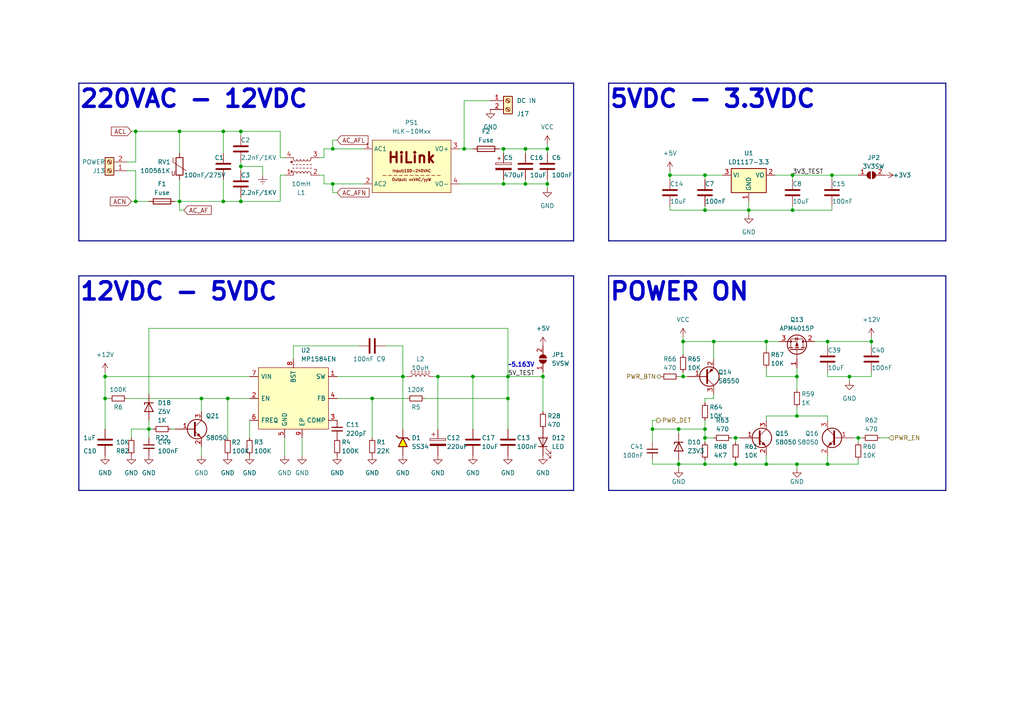
<source format=kicad_sch>
(kicad_sch (version 20230121) (generator eeschema)
  (paper "A4")
  (lib_symbols
    (symbol "Anh_Symbols:HiLink_HLK_AC-DC"
      (property "Reference" "PS" (at 0 8.89 0))
      (property "Value" "HLK-10Mxx" (at 0 0 0))
      (symbol "HiLink_HLK_AC-DC_1_1"
        (rectangle (start -11.43 7.62) (end 11.43 -7.62) (fill (type background)))
        (text "-----------" (at 0 -2.54 0) (effects (font (size 1.27 1.27))))
        (text "HiLink" (at 0 2.54 0) (effects (font (size 3 3) bold)))
        (text "Input:100-240VAC" (at 0 -1.27 0) (effects (font (size 0.8 0.8))))
        (text "Output: xxVAC/yyW" (at 0 -3.81 0) (effects (font (size 0.8 0.8))))
        (pin power_in line (at -13.97 5.08 0) (length 2.54) (name "AC1") (number "1"))
        (pin power_in line (at -13.97 -5.08 0) (length 2.54) (name "AC2") (number "2"))
        (pin power_out line (at 13.97 5.08 180) (length 2.54) (name "VO+") (number "3"))
        (pin passive line (at 13.97 -5.08 180) (length 2.54) (name "VO-") (number "4"))
      )
    )
    (symbol "Anh_Symbols:MP1584EN" (pin_names (offset 0.762))
      (property "Reference" "U" (at -5.08 11.43 0))
      (property "Value" "MP1584EN" (at 1.27 11.43 0))
      (symbol "MP1584EN_0_0"
        (pin power_out line (at 12.7 6.35 180) (length 2.54) (name "SW") (number "1"))
        (pin input line (at -12.7 0 0) (length 2.54) (name "EN") (number "2"))
        (pin input line (at 12.7 -6.35 180) (length 2.54) (name "COMP") (number "3"))
        (pin input line (at 12.7 0 180) (length 2.54) (name "FB") (number "4"))
        (pin power_in line (at -2.54 -11.43 90) (length 2.54) (name "GND") (number "5"))
        (pin input line (at -12.7 -6.35 0) (length 2.54) (name "FREQ") (number "6"))
        (pin power_in line (at -12.7 6.35 0) (length 2.54) (name "VIN") (number "7"))
        (pin input line (at 0 11.43 270) (length 2.54) (name "BST") (number "8"))
        (pin power_in line (at 2.54 -11.43 90) (length 2.54) (name "EP") (number "9"))
      )
      (symbol "MP1584EN_0_1"
        (polyline (pts (xy -10.16 8.89) (xy 10.16 8.89) (xy 10.16 -8.89) (xy -10.16 -8.89) (xy -10.16 8.89)) (stroke (width 0.1524)) (fill (type background)))
      )
    )
    (symbol "Anh_Symbols:SS34" (pin_numbers hide) (pin_names hide)
      (property "Reference" "D" (at 0 2.921 0))
      (property "Value" "SS34" (at 0 -3.048 0))
      (symbol "SS34_1_1"
        (polyline (pts (xy -1.27 -1.27) (xy -1.905 -1.905)) (stroke (width 0.3)))
        (polyline (pts (xy -1.27 1.27) (xy -0.635 1.905)) (stroke (width 0.3)))
        (polyline (pts (xy -1.27 0) (xy 1.27 1.27) (xy 1.27 -1.27) (xy -1.27 0) (xy -1.27 1.27) (xy -1.27 -1.27)) (stroke (width 0.3)) (fill (type color) (color 255 255 0 1)))
        (pin passive line (at -3.81 0 0) (length 2.54) (name "~") (number "1"))
        (pin passive line (at 3.81 0 180) (length 2.54) (name "~") (number "2"))
      )
    )
    (symbol "Connector:Screw_Terminal_01x02" (pin_names (offset 1.016) hide)
      (property "Reference" "J" (at 0 2.54 0))
      (property "Value" "Screw_Terminal_01x02" (at 0 -5.08 0))
      (symbol "Screw_Terminal_01x02_1_1"
        (rectangle (start -1.27 1.27) (end 1.27 -3.81) (stroke (width 0.254)) (fill (type background)))
        (circle (center 0 -2.54) (radius 0.635) (stroke (width 0.1524)))
        (polyline (pts (xy -0.5334 -2.2098) (xy 0.3302 -3.048)) (stroke (width 0.1524)))
        (polyline (pts (xy -0.5334 0.3302) (xy 0.3302 -0.508)) (stroke (width 0.1524)))
        (polyline (pts (xy -0.3556 -2.032) (xy 0.508 -2.8702)) (stroke (width 0.1524)))
        (polyline (pts (xy -0.3556 0.508) (xy 0.508 -0.3302)) (stroke (width 0.1524)))
        (circle (center 0 0) (radius 0.635) (stroke (width 0.1524)))
        (pin passive line (at -5.08 0 0) (length 3.81) (name "Pin_1") (number "1"))
        (pin passive line (at -5.08 -2.54 0) (length 3.81) (name "Pin_2") (number "2"))
      )
    )
    (symbol "Device:C" (pin_numbers hide) (pin_names (offset 0.254))
      (property "Reference" "C" (at 0.635 2.54 0))
      (property "Value" "C" (at 0.635 -2.54 0))
      (symbol "C_0_1"
        (polyline (pts (xy -2.032 -0.762) (xy 2.032 -0.762)) (stroke (width 0.508)))
        (polyline (pts (xy -2.032 0.762) (xy 2.032 0.762)) (stroke (width 0.508)))
      )
      (symbol "C_1_1"
        (pin passive line (at 0 3.81 270) (length 2.794) (name "~") (number "1"))
        (pin passive line (at 0 -3.81 90) (length 2.794) (name "~") (number "2"))
      )
    )
    (symbol "Device:C_Polarized" (pin_numbers hide) (pin_names (offset 0.254))
      (property "Reference" "C" (at 0.635 2.54 0))
      (property "Value" "C_Polarized" (at 0.635 -2.54 0))
      (symbol "C_Polarized_0_1"
        (rectangle (start -2.286 0.508) (end 2.286 1.016))
        (polyline (pts (xy -1.778 2.286) (xy -0.762 2.286)))
        (polyline (pts (xy -1.27 2.794) (xy -1.27 1.778)))
        (rectangle (start 2.286 -0.508) (end -2.286 -1.016) (fill (type outline)))
      )
      (symbol "C_Polarized_1_1"
        (pin passive line (at 0 3.81 270) (length 2.794) (name "~") (number "1"))
        (pin passive line (at 0 -3.81 90) (length 2.794) (name "~") (number "2"))
      )
    )
    (symbol "Device:C_Small" (pin_numbers hide) (pin_names (offset 0.254) hide)
      (property "Reference" "C" (at 0.254 1.778 0))
      (property "Value" "C_Small" (at 0.254 -2.032 0))
      (symbol "C_Small_0_1"
        (polyline (pts (xy -1.524 -0.508) (xy 1.524 -0.508)) (stroke (width 0.3302)))
        (polyline (pts (xy -1.524 0.508) (xy 1.524 0.508)) (stroke (width 0.3048)))
      )
      (symbol "C_Small_1_1"
        (pin passive line (at 0 2.54 270) (length 2.032) (name "~") (number "1"))
        (pin passive line (at 0 -2.54 90) (length 2.032) (name "~") (number "2"))
      )
    )
    (symbol "Device:Fuse" (pin_numbers hide) (pin_names (offset 0))
      (property "Reference" "F" (at 2.032 0 90))
      (property "Value" "Fuse" (at -1.905 0 90))
      (symbol "Fuse_0_1"
        (rectangle (start -0.762 -2.54) (end 0.762 2.54) (stroke (width 0.254)))
        (polyline (pts (xy 0 2.54) (xy 0 -2.54)))
      )
      (symbol "Fuse_1_1"
        (pin passive line (at 0 3.81 270) (length 1.27) (name "~") (number "1"))
        (pin passive line (at 0 -3.81 90) (length 1.27) (name "~") (number "2"))
      )
    )
    (symbol "Device:LED" (pin_numbers hide) (pin_names (offset 1.016) hide)
      (property "Reference" "D" (at 0 2.54 0))
      (property "Value" "LED" (at 0 -2.54 0))
      (symbol "LED_0_1"
        (polyline (pts (xy -1.27 -1.27) (xy -1.27 1.27)) (stroke (width 0.254)))
        (polyline (pts (xy -1.27 0) (xy 1.27 0)))
        (polyline (pts (xy 1.27 -1.27) (xy 1.27 1.27) (xy -1.27 0) (xy 1.27 -1.27)) (stroke (width 0.254)))
        (polyline (pts (xy -3.048 -0.762) (xy -4.572 -2.286) (xy -3.81 -2.286) (xy -4.572 -2.286) (xy -4.572 -1.524)))
        (polyline (pts (xy -1.778 -0.762) (xy -3.302 -2.286) (xy -2.54 -2.286) (xy -3.302 -2.286) (xy -3.302 -1.524)))
      )
      (symbol "LED_1_1"
        (pin passive line (at -3.81 0 0) (length 2.54) (name "K") (number "1"))
        (pin passive line (at 3.81 0 180) (length 2.54) (name "A") (number "2"))
      )
    )
    (symbol "Device:L_Ferrite" (pin_numbers hide) (pin_names (offset 1.016) hide)
      (property "Reference" "L" (at -1.27 0 90))
      (property "Value" "L_Ferrite" (at 2.794 0 90))
      (symbol "L_Ferrite_0_1"
        (arc (start 0 -2.54) (mid 0.6323 -1.905) (end 0 -1.27))
        (arc (start 0 -1.27) (mid 0.6323 -0.635) (end 0 0))
        (polyline (pts (xy 1.016 -2.794) (xy 1.016 -2.286)))
        (polyline (pts (xy 1.016 -1.778) (xy 1.016 -1.27)))
        (polyline (pts (xy 1.016 -0.762) (xy 1.016 -0.254)))
        (polyline (pts (xy 1.016 0.254) (xy 1.016 0.762)))
        (polyline (pts (xy 1.016 1.27) (xy 1.016 1.778)))
        (polyline (pts (xy 1.016 2.286) (xy 1.016 2.794)))
        (polyline (pts (xy 1.524 -2.286) (xy 1.524 -2.794)))
        (polyline (pts (xy 1.524 -1.27) (xy 1.524 -1.778)))
        (polyline (pts (xy 1.524 -0.254) (xy 1.524 -0.762)))
        (polyline (pts (xy 1.524 0.762) (xy 1.524 0.254)))
        (polyline (pts (xy 1.524 1.778) (xy 1.524 1.27)))
        (polyline (pts (xy 1.524 2.794) (xy 1.524 2.286)))
        (arc (start 0 0) (mid 0.6323 0.635) (end 0 1.27))
        (arc (start 0 1.27) (mid 0.6323 1.905) (end 0 2.54))
      )
      (symbol "L_Ferrite_1_1"
        (pin passive line (at 0 3.81 270) (length 1.27) (name "1") (number "1"))
        (pin passive line (at 0 -3.81 90) (length 1.27) (name "2") (number "2"))
      )
    )
    (symbol "Device:L_Ferrite_Coupled_1243" (pin_names (offset 0.254) hide)
      (property "Reference" "L" (at 0 4.445 0))
      (property "Value" "L_Ferrite_Coupled_1243" (at 0 -4.445 0))
      (symbol "L_Ferrite_Coupled_1243_0_1"
        (circle (center -3.048 -1.27) (radius 0.254) (fill (type outline)))
        (circle (center -3.048 1.524) (radius 0.254) (fill (type outline)))
        (arc (start -2.54 2.032) (mid -2.032 1.5262) (end -1.524 2.032))
        (arc (start -1.524 -2.032) (mid -2.032 -1.5262) (end -2.54 -2.032))
        (arc (start -1.524 2.032) (mid -1.016 1.5262) (end -0.508 2.032))
        (arc (start -0.508 -2.032) (mid -1.016 -1.5262) (end -1.524 -2.032))
        (arc (start -0.508 2.032) (mid 0 1.5262) (end 0.508 2.032))
        (polyline (pts (xy -2.794 -0.508) (xy -2.286 -0.508)))
        (polyline (pts (xy -2.794 0.508) (xy -2.286 0.508)))
        (polyline (pts (xy -2.54 -2.032) (xy -2.54 -2.54)))
        (polyline (pts (xy -2.54 2.032) (xy -2.54 2.54)))
        (polyline (pts (xy -1.778 -0.508) (xy -1.27 -0.508)))
        (polyline (pts (xy -1.778 0.508) (xy -1.27 0.508)))
        (polyline (pts (xy -0.762 -0.508) (xy -0.254 -0.508)))
        (polyline (pts (xy -0.762 0.508) (xy -0.254 0.508)))
        (polyline (pts (xy 0.254 -0.508) (xy 0.762 -0.508)))
        (polyline (pts (xy 0.254 0.508) (xy 0.762 0.508)))
        (polyline (pts (xy 1.27 -0.508) (xy 1.778 -0.508)))
        (polyline (pts (xy 1.27 0.508) (xy 1.778 0.508)))
        (polyline (pts (xy 2.286 -0.508) (xy 2.794 -0.508)))
        (polyline (pts (xy 2.286 0.508) (xy 2.794 0.508)))
        (polyline (pts (xy 2.54 -2.032) (xy 2.54 -2.54)))
        (polyline (pts (xy 2.54 2.54) (xy 2.54 2.032)))
        (arc (start 0.508 -2.032) (mid 0 -1.5262) (end -0.508 -2.032))
        (arc (start 0.508 2.032) (mid 1.016 1.5262) (end 1.524 2.032))
        (arc (start 1.524 -2.032) (mid 1.016 -1.5262) (end 0.508 -2.032))
        (arc (start 1.524 2.032) (mid 2.032 1.5262) (end 2.54 2.032))
        (arc (start 2.54 -2.032) (mid 2.032 -1.5262) (end 1.524 -2.032))
      )
      (symbol "L_Ferrite_Coupled_1243_1_1"
        (pin passive line (at -5.08 2.54 0) (length 2.54) (name "1") (number "1"))
        (pin passive line (at 5.08 2.54 180) (length 2.54) (name "2") (number "2"))
        (pin passive line (at 5.08 -2.54 180) (length 2.54) (name "3") (number "3"))
        (pin passive line (at -5.08 -2.54 0) (length 2.54) (name "4") (number "4"))
      )
    )
    (symbol "Device:R_Small" (pin_numbers hide) (pin_names (offset 0.254) hide)
      (property "Reference" "R" (at 0.762 0.508 0))
      (property "Value" "R_Small" (at 0.762 -1.016 0))
      (symbol "R_Small_0_1"
        (rectangle (start -0.762 1.778) (end 0.762 -1.778) (stroke (width 0.2032)))
      )
      (symbol "R_Small_1_1"
        (pin passive line (at 0 2.54 270) (length 0.762) (name "~") (number "1"))
        (pin passive line (at 0 -2.54 90) (length 0.762) (name "~") (number "2"))
      )
    )
    (symbol "Device:Varistor" (pin_numbers hide) (pin_names (offset 0))
      (property "Reference" "RV" (at 3.175 0 90))
      (property "Value" "Varistor" (at -3.175 0 90))
      (symbol "Varistor_0_0"
        (text "U" (at -1.778 -2.032 0) (effects (font (size 1.27 1.27))))
      )
      (symbol "Varistor_0_1"
        (rectangle (start -1.016 -2.54) (end 1.016 2.54) (stroke (width 0.254)))
        (polyline (pts (xy -1.905 2.54) (xy -1.905 1.27) (xy 1.905 -1.27)))
      )
      (symbol "Varistor_1_1"
        (pin passive line (at 0 3.81 270) (length 1.27) (name "~") (number "1"))
        (pin passive line (at 0 -3.81 90) (length 1.27) (name "~") (number "2"))
      )
    )
    (symbol "Diode:BZV55B3V3" (pin_numbers hide) (pin_names hide)
      (property "Reference" "D" (at 0 2.54 0))
      (property "Value" "BZV55B3V3" (at 0 -2.54 0))
      (symbol "BZV55B3V3_0_1"
        (polyline (pts (xy 1.27 0) (xy -1.27 0)))
        (polyline (pts (xy -1.27 -1.27) (xy -1.27 1.27) (xy -0.762 1.27)) (stroke (width 0.254)))
        (polyline (pts (xy 1.27 -1.27) (xy 1.27 1.27) (xy -1.27 0) (xy 1.27 -1.27)) (stroke (width 0.254)))
      )
      (symbol "BZV55B3V3_1_1"
        (pin passive line (at -3.81 0 0) (length 2.54) (name "K") (number "1"))
        (pin passive line (at 3.81 0 180) (length 2.54) (name "A") (number "2"))
      )
    )
    (symbol "Jumper:SolderJumper_2_Open" (pin_names (offset 0) hide)
      (property "Reference" "JP" (at 0 2.032 0))
      (property "Value" "SolderJumper_2_Open" (at 0 -2.54 0))
      (symbol "SolderJumper_2_Open_0_1"
        (arc (start -0.254 1.016) (mid -1.2656 0) (end -0.254 -1.016))
        (arc (start -0.254 1.016) (mid -1.2656 0) (end -0.254 -1.016) (fill (type outline)))
        (polyline (pts (xy -0.254 1.016) (xy -0.254 -1.016)))
        (polyline (pts (xy 0.254 1.016) (xy 0.254 -1.016)))
        (arc (start 0.254 -1.016) (mid 1.2656 0) (end 0.254 1.016))
        (arc (start 0.254 -1.016) (mid 1.2656 0) (end 0.254 1.016) (fill (type outline)))
      )
      (symbol "SolderJumper_2_Open_1_1"
        (pin passive line (at -3.81 0 0) (length 2.54) (name "A") (number "1"))
        (pin passive line (at 3.81 0 180) (length 2.54) (name "B") (number "2"))
      )
    )
    (symbol "Regulator_Linear:AMS1117-3.3"
      (property "Reference" "U" (at -3.81 3.175 0))
      (property "Value" "AMS1117-3.3" (at 0 3.175 0))
      (symbol "AMS1117-3.3_0_1"
        (rectangle (start -5.08 -5.08) (end 5.08 1.905) (stroke (width 0.254)) (fill (type background)))
      )
      (symbol "AMS1117-3.3_1_1"
        (pin power_in line (at 0 -7.62 90) (length 2.54) (name "GND") (number "1"))
        (pin power_out line (at 7.62 0 180) (length 2.54) (name "VO") (number "2"))
        (pin power_in line (at -7.62 0 0) (length 2.54) (name "VI") (number "3"))
      )
    )
    (symbol "Transistor_BJT:BC847" (pin_names (offset 0) hide)
      (property "Reference" "Q" (at 5.08 1.905 0))
      (property "Value" "BC847" (at 5.08 0 0))
      (symbol "BC847_0_1"
        (polyline (pts (xy 0.635 0.635) (xy 2.54 2.54)))
        (polyline (pts (xy 0.635 -0.635) (xy 2.54 -2.54) (xy 2.54 -2.54)))
        (polyline (pts (xy 0.635 1.905) (xy 0.635 -1.905) (xy 0.635 -1.905)) (stroke (width 0.508)))
        (polyline (pts (xy 1.27 -1.778) (xy 1.778 -1.27) (xy 2.286 -2.286) (xy 1.27 -1.778) (xy 1.27 -1.778)) (fill (type outline)))
        (circle (center 1.27 0) (radius 2.8194) (stroke (width 0.254)))
      )
      (symbol "BC847_1_1"
        (pin input line (at -5.08 0 0) (length 5.715) (name "B") (number "1"))
        (pin passive line (at 2.54 -5.08 90) (length 2.54) (name "E") (number "2"))
        (pin passive line (at 2.54 5.08 270) (length 2.54) (name "C") (number "3"))
      )
    )
    (symbol "Transistor_BJT:BC857" (pin_names (offset 0) hide)
      (property "Reference" "Q" (at 5.08 1.905 0))
      (property "Value" "BC857" (at 5.08 0 0))
      (symbol "BC857_0_1"
        (polyline (pts (xy 0.635 0.635) (xy 2.54 2.54)))
        (polyline (pts (xy 0.635 -0.635) (xy 2.54 -2.54) (xy 2.54 -2.54)))
        (polyline (pts (xy 0.635 1.905) (xy 0.635 -1.905) (xy 0.635 -1.905)) (stroke (width 0.508)))
        (polyline (pts (xy 2.286 -1.778) (xy 1.778 -2.286) (xy 1.27 -1.27) (xy 2.286 -1.778) (xy 2.286 -1.778)) (fill (type outline)))
        (circle (center 1.27 0) (radius 2.8194) (stroke (width 0.254)))
      )
      (symbol "BC857_1_1"
        (pin input line (at -5.08 0 0) (length 5.715) (name "B") (number "1"))
        (pin passive line (at 2.54 -5.08 90) (length 2.54) (name "E") (number "2"))
        (pin passive line (at 2.54 5.08 270) (length 2.54) (name "C") (number "3"))
      )
    )
    (symbol "Transistor_FET:QM6015D" (pin_names hide)
      (property "Reference" "Q" (at 5.08 1.905 0))
      (property "Value" "QM6015D" (at 5.08 0 0))
      (symbol "QM6015D_0_1"
        (polyline (pts (xy 0.254 0) (xy -2.54 0)))
        (polyline (pts (xy 0.254 1.905) (xy 0.254 -1.905)) (stroke (width 0.254)))
        (polyline (pts (xy 0.762 -1.27) (xy 0.762 -2.286)) (stroke (width 0.254)))
        (polyline (pts (xy 0.762 0.508) (xy 0.762 -0.508)) (stroke (width 0.254)))
        (polyline (pts (xy 0.762 2.286) (xy 0.762 1.27)) (stroke (width 0.254)))
        (polyline (pts (xy 2.54 2.54) (xy 2.54 1.778)))
        (polyline (pts (xy 2.54 -2.54) (xy 2.54 0) (xy 0.762 0)))
        (polyline (pts (xy 0.762 1.778) (xy 3.302 1.778) (xy 3.302 -1.778) (xy 0.762 -1.778)))
        (polyline (pts (xy 2.286 0) (xy 1.27 0.381) (xy 1.27 -0.381) (xy 2.286 0)) (fill (type outline)))
        (polyline (pts (xy 2.794 -0.508) (xy 2.921 -0.381) (xy 3.683 -0.381) (xy 3.81 -0.254)))
        (polyline (pts (xy 3.302 -0.381) (xy 2.921 0.254) (xy 3.683 0.254) (xy 3.302 -0.381)))
        (circle (center 1.651 0) (radius 2.794) (stroke (width 0.254)))
        (circle (center 2.54 -1.778) (radius 0.254) (fill (type outline)))
        (circle (center 2.54 1.778) (radius 0.254) (fill (type outline)))
      )
      (symbol "QM6015D_1_1"
        (pin passive line (at -5.08 0 0) (length 2.54) (name "G") (number "1"))
        (pin passive line (at 2.54 5.08 270) (length 2.54) (name "D") (number "2"))
        (pin passive line (at 2.54 -5.08 90) (length 2.54) (name "S") (number "3"))
      )
    )
    (symbol "power:+12V" (power) (pin_names (offset 0))
      (property "Value" "+12V" (at 0 3.556 0))
      (symbol "+12V_0_1"
        (polyline (pts (xy -0.762 1.27) (xy 0 2.54)))
        (polyline (pts (xy 0 0) (xy 0 2.54)))
        (polyline (pts (xy 0 2.54) (xy 0.762 1.27)))
      )
      (symbol "+12V_1_1"
        (pin power_in line (at 0 0 90) (length 0) hide (name "+12V") (number "1"))
      )
    )
    (symbol "power:+3V3" (power) (pin_names (offset 0))
      (property "Value" "+3V3" (at 0 3.556 0))
      (symbol "+3V3_0_1"
        (polyline (pts (xy -0.762 1.27) (xy 0 2.54)))
        (polyline (pts (xy 0 0) (xy 0 2.54)))
        (polyline (pts (xy 0 2.54) (xy 0.762 1.27)))
      )
      (symbol "+3V3_1_1"
        (pin power_in line (at 0 0 90) (length 0) hide (name "+3V3") (number "1"))
      )
    )
    (symbol "power:+5V" (power) (pin_names (offset 0))
      (property "Value" "+5V" (at 0 3.556 0))
      (symbol "+5V_0_1"
        (polyline (pts (xy -0.762 1.27) (xy 0 2.54)))
        (polyline (pts (xy 0 0) (xy 0 2.54)))
        (polyline (pts (xy 0 2.54) (xy 0.762 1.27)))
      )
      (symbol "+5V_1_1"
        (pin power_in line (at 0 0 90) (length 0) hide (name "+5V") (number "1"))
      )
    )
    (symbol "power:Earth" (power) (pin_names (offset 0))
      (symbol "Earth_0_1"
        (polyline (pts (xy -0.635 -1.905) (xy 0.635 -1.905)))
        (polyline (pts (xy -0.127 -2.54) (xy 0.127 -2.54)))
        (polyline (pts (xy 0 -1.27) (xy 0 0)))
        (polyline (pts (xy 1.27 -1.27) (xy -1.27 -1.27)))
      )
      (symbol "Earth_1_1"
        (pin power_in line (at 0 0 270) (length 0) hide (name "Earth") (number "1"))
      )
    )
    (symbol "power:GND" (power) (pin_names (offset 0))
      (property "Value" "GND" (at 0 -3.81 0))
      (symbol "GND_0_1"
        (polyline (pts (xy 0 0) (xy 0 -1.27) (xy 1.27 -1.27) (xy 0 -2.54) (xy -1.27 -1.27) (xy 0 -1.27)))
      )
      (symbol "GND_1_1"
        (pin power_in line (at 0 0 270) (length 0) hide (name "GND") (number "1"))
      )
    )
    (symbol "power:VCC" (power) (pin_names (offset 0))
      (property "Value" "VCC" (at 0 3.81 0))
      (symbol "VCC_0_1"
        (polyline (pts (xy -0.762 1.27) (xy 0 2.54)))
        (polyline (pts (xy 0 0) (xy 0 2.54)))
        (polyline (pts (xy 0 2.54) (xy 0.762 1.27)))
      )
      (symbol "VCC_1_1"
        (pin power_in line (at 0 0 90) (length 0) hide (name "VCC") (number "1"))
      )
    )
  )
  (junction (at 213.36 134.62))
  (junction (at 39.37 58.42))
  (junction (at 64.77 58.42))
  (junction (at 58.42 115.57))
  (junction (at 240.03 99.06))
  (junction (at 194.31 50.8))
  (junction (at 204.47 60.96))
  (junction (at 240.03 134.62))
  (junction (at 222.25 99.06))
  (junction (at 213.36 127))
  (junction (at 107.95 115.57))
  (junction (at 231.14 109.22))
  (junction (at 30.48 109.22))
  (junction (at 127 109.22))
  (junction (at 229.87 60.96))
  (junction (at 52.07 38.1))
  (junction (at 196.85 124.46))
  (junction (at 248.92 127))
  (junction (at 52.07 58.42))
  (junction (at 231.14 120.65))
  (junction (at 152.4 53.34))
  (junction (at 66.04 115.57))
  (junction (at 134.62 43.18))
  (junction (at 69.85 38.1))
  (junction (at 137.16 109.22))
  (junction (at 146.05 53.34))
  (junction (at 241.3 50.8))
  (junction (at 198.12 109.22))
  (junction (at 229.87 50.8))
  (junction (at 152.4 43.18))
  (junction (at 204.47 134.62))
  (junction (at 64.77 38.1))
  (junction (at 147.32 109.22))
  (junction (at 69.85 48.26))
  (junction (at 116.84 109.22))
  (junction (at 198.12 99.06))
  (junction (at 146.05 43.18))
  (junction (at 231.14 134.62))
  (junction (at 30.48 115.57))
  (junction (at 204.47 127))
  (junction (at 39.37 38.1))
  (junction (at 204.47 50.8))
  (junction (at 147.32 115.57))
  (junction (at 43.18 124.46))
  (junction (at 158.75 53.34))
  (junction (at 189.23 124.46))
  (junction (at 158.75 43.18))
  (junction (at 69.85 58.42))
  (junction (at 222.25 134.62))
  (junction (at 252.73 99.06))
  (junction (at 196.85 134.62))
  (junction (at 96.52 53.34))
  (junction (at 207.01 99.06))
  (junction (at 96.52 43.18))
  (junction (at 157.48 109.22))
  (junction (at 246.38 109.22))
  (junction (at 204.47 124.46))
  (junction (at 217.17 60.96))
  (wire (pts (xy 189.23 134.62) (xy 196.85 134.62)))
  (wire (pts (xy 116.84 100.33) (xy 116.84 109.22)))
  (wire (pts (xy 189.23 133.35) (xy 189.23 134.62)))
  (wire (pts (xy 240.03 134.62) (xy 231.14 134.62)))
  (wire (pts (xy 133.35 53.34) (xy 146.05 53.34)))
  (wire (pts (xy 97.79 40.64) (xy 96.52 40.64)))
  (wire (pts (xy 69.85 57.15) (xy 69.85 58.42)))
  (wire (pts (xy 222.25 99.06) (xy 207.01 99.06)))
  (wire (pts (xy 247.65 127) (xy 248.92 127)))
  (wire (pts (xy 147.32 124.46) (xy 147.32 115.57)))
  (wire (pts (xy 204.47 121.92) (xy 204.47 124.46)))
  (wire (pts (xy 194.31 49.53) (xy 194.31 50.8)))
  (wire (pts (xy 147.32 95.25) (xy 147.32 109.22)))
  (wire (pts (xy 92.71 50.8) (xy 93.98 50.8)))
  (wire (pts (xy 38.1 124.46) (xy 38.1 127)))
  (bus (pts (xy 274.32 142.24) (xy 176.53 142.24)))
  (wire (pts (xy 64.77 52.07) (xy 64.77 58.42)))
  (wire (pts (xy 240.03 132.08) (xy 240.03 134.62)))
  (wire (pts (xy 231.14 120.65) (xy 240.03 120.65)))
  (wire (pts (xy 213.36 127) (xy 214.63 127)))
  (wire (pts (xy 39.37 58.42) (xy 43.18 58.42)))
  (wire (pts (xy 137.16 43.18) (xy 134.62 43.18)))
  (bus (pts (xy 22.86 80.01) (xy 166.37 80.01)))
  (wire (pts (xy 93.98 53.34) (xy 96.52 53.34)))
  (bus (pts (xy 22.86 142.24) (xy 166.37 142.24)))
  (wire (pts (xy 196.85 109.22) (xy 198.12 109.22)))
  (bus (pts (xy 22.86 24.13) (xy 22.86 69.85)))
  (wire (pts (xy 38.1 58.42) (xy 39.37 58.42)))
  (wire (pts (xy 229.87 60.96) (xy 241.3 60.96)))
  (wire (pts (xy 198.12 99.06) (xy 198.12 102.87)))
  (wire (pts (xy 147.32 109.22) (xy 157.48 109.22)))
  (wire (pts (xy 116.84 109.22) (xy 116.84 124.46)))
  (wire (pts (xy 189.23 121.92) (xy 189.23 124.46)))
  (wire (pts (xy 158.75 53.34) (xy 158.75 54.61)))
  (wire (pts (xy 213.36 133.35) (xy 213.36 134.62)))
  (wire (pts (xy 222.25 106.68) (xy 222.25 109.22)))
  (wire (pts (xy 87.63 127) (xy 87.63 132.08)))
  (wire (pts (xy 36.83 115.57) (xy 58.42 115.57)))
  (wire (pts (xy 39.37 38.1) (xy 52.07 38.1)))
  (wire (pts (xy 252.73 99.06) (xy 252.73 100.33)))
  (wire (pts (xy 248.92 134.62) (xy 248.92 133.35)))
  (wire (pts (xy 248.92 127) (xy 250.19 127)))
  (wire (pts (xy 52.07 38.1) (xy 64.77 38.1)))
  (wire (pts (xy 209.55 50.8) (xy 204.47 50.8)))
  (wire (pts (xy 204.47 134.62) (xy 196.85 134.62)))
  (wire (pts (xy 123.19 115.57) (xy 147.32 115.57)))
  (wire (pts (xy 36.83 49.53) (xy 39.37 49.53)))
  (wire (pts (xy 157.48 109.22) (xy 157.48 119.38)))
  (wire (pts (xy 43.18 124.46) (xy 43.18 127)))
  (wire (pts (xy 43.18 124.46) (xy 44.45 124.46)))
  (wire (pts (xy 194.31 52.07) (xy 194.31 50.8)))
  (wire (pts (xy 204.47 50.8) (xy 204.47 52.07)))
  (wire (pts (xy 226.06 99.06) (xy 222.25 99.06)))
  (wire (pts (xy 152.4 43.18) (xy 158.75 43.18)))
  (wire (pts (xy 30.48 115.57) (xy 30.48 109.22)))
  (bus (pts (xy 176.53 142.24) (xy 176.53 80.01)))
  (wire (pts (xy 81.28 38.1) (xy 81.28 45.72)))
  (wire (pts (xy 38.1 124.46) (xy 43.18 124.46)))
  (wire (pts (xy 43.18 95.25) (xy 147.32 95.25)))
  (wire (pts (xy 196.85 125.73) (xy 196.85 124.46)))
  (wire (pts (xy 246.38 109.22) (xy 246.38 110.49)))
  (wire (pts (xy 81.28 58.42) (xy 81.28 50.8)))
  (wire (pts (xy 144.78 43.18) (xy 146.05 43.18)))
  (wire (pts (xy 190.5 121.92) (xy 189.23 121.92)))
  (wire (pts (xy 76.2 48.26) (xy 69.85 48.26)))
  (wire (pts (xy 36.83 46.99) (xy 39.37 46.99)))
  (wire (pts (xy 127 124.46) (xy 127 109.22)))
  (wire (pts (xy 204.47 128.27) (xy 204.47 127)))
  (wire (pts (xy 236.22 99.06) (xy 240.03 99.06)))
  (bus (pts (xy 22.86 24.13) (xy 166.37 24.13)))
  (wire (pts (xy 231.14 113.03) (xy 231.14 109.22)))
  (wire (pts (xy 241.3 50.8) (xy 229.87 50.8)))
  (wire (pts (xy 246.38 109.22) (xy 252.73 109.22)))
  (wire (pts (xy 30.48 107.95) (xy 30.48 109.22)))
  (wire (pts (xy 52.07 52.07) (xy 52.07 58.42)))
  (wire (pts (xy 39.37 49.53) (xy 39.37 58.42)))
  (wire (pts (xy 52.07 38.1) (xy 52.07 44.45)))
  (wire (pts (xy 204.47 116.84) (xy 204.47 115.57)))
  (wire (pts (xy 66.04 115.57) (xy 72.39 115.57)))
  (wire (pts (xy 146.05 43.18) (xy 152.4 43.18)))
  (wire (pts (xy 212.09 127) (xy 213.36 127)))
  (wire (pts (xy 92.71 45.72) (xy 93.98 45.72)))
  (wire (pts (xy 158.75 41.91) (xy 158.75 43.18)))
  (wire (pts (xy 152.4 43.18) (xy 152.4 44.45)))
  (wire (pts (xy 207.01 99.06) (xy 207.01 104.14)))
  (wire (pts (xy 217.17 60.96) (xy 217.17 62.23)))
  (wire (pts (xy 52.07 58.42) (xy 64.77 58.42)))
  (wire (pts (xy 152.4 52.07) (xy 152.4 53.34)))
  (wire (pts (xy 229.87 60.96) (xy 217.17 60.96)))
  (wire (pts (xy 69.85 48.26) (xy 69.85 49.53)))
  (wire (pts (xy 196.85 134.62) (xy 196.85 133.35)))
  (wire (pts (xy 198.12 109.22) (xy 199.39 109.22)))
  (bus (pts (xy 176.53 24.13) (xy 176.53 69.85)))
  (wire (pts (xy 146.05 43.18) (xy 146.05 44.45)))
  (wire (pts (xy 204.47 60.96) (xy 217.17 60.96)))
  (wire (pts (xy 194.31 50.8) (xy 204.47 50.8)))
  (wire (pts (xy 39.37 46.99) (xy 39.37 38.1)))
  (bus (pts (xy 166.37 69.85) (xy 22.86 69.85)))
  (wire (pts (xy 207.01 115.57) (xy 207.01 114.3)))
  (wire (pts (xy 38.1 38.1) (xy 39.37 38.1)))
  (wire (pts (xy 147.32 115.57) (xy 147.32 109.22)))
  (wire (pts (xy 85.09 100.33) (xy 85.09 104.14)))
  (wire (pts (xy 69.85 38.1) (xy 69.85 39.37)))
  (wire (pts (xy 204.47 60.96) (xy 194.31 60.96)))
  (wire (pts (xy 118.11 109.22) (xy 116.84 109.22)))
  (wire (pts (xy 240.03 107.95) (xy 240.03 109.22)))
  (wire (pts (xy 58.42 115.57) (xy 58.42 119.38)))
  (wire (pts (xy 93.98 45.72) (xy 93.98 43.18)))
  (wire (pts (xy 231.14 118.11) (xy 231.14 120.65)))
  (wire (pts (xy 252.73 109.22) (xy 252.73 107.95)))
  (wire (pts (xy 231.14 134.62) (xy 222.25 134.62)))
  (wire (pts (xy 231.14 134.62) (xy 231.14 135.89)))
  (wire (pts (xy 204.47 133.35) (xy 204.47 134.62)))
  (wire (pts (xy 50.8 58.42) (xy 52.07 58.42)))
  (wire (pts (xy 158.75 43.18) (xy 158.75 44.45)))
  (wire (pts (xy 241.3 50.8) (xy 241.3 52.07)))
  (wire (pts (xy 127 109.22) (xy 137.16 109.22)))
  (wire (pts (xy 69.85 38.1) (xy 81.28 38.1)))
  (wire (pts (xy 152.4 53.34) (xy 158.75 53.34)))
  (wire (pts (xy 222.25 109.22) (xy 231.14 109.22)))
  (wire (pts (xy 240.03 99.06) (xy 252.73 99.06)))
  (wire (pts (xy 30.48 124.46) (xy 30.48 115.57)))
  (wire (pts (xy 30.48 109.22) (xy 72.39 109.22)))
  (wire (pts (xy 137.16 109.22) (xy 147.32 109.22)))
  (wire (pts (xy 69.85 58.42) (xy 81.28 58.42)))
  (wire (pts (xy 240.03 109.22) (xy 246.38 109.22)))
  (bus (pts (xy 22.86 80.01) (xy 22.86 142.24)))
  (wire (pts (xy 53.34 60.96) (xy 52.07 60.96)))
  (wire (pts (xy 231.14 106.68) (xy 231.14 109.22)))
  (wire (pts (xy 134.62 43.18) (xy 133.35 43.18)))
  (wire (pts (xy 96.52 53.34) (xy 96.52 55.88)))
  (wire (pts (xy 81.28 45.72) (xy 82.55 45.72)))
  (wire (pts (xy 97.79 55.88) (xy 96.52 55.88)))
  (bus (pts (xy 176.53 80.01) (xy 274.32 80.01)))
  (wire (pts (xy 142.24 29.21) (xy 134.62 29.21)))
  (wire (pts (xy 194.31 60.96) (xy 194.31 59.69)))
  (wire (pts (xy 64.77 58.42) (xy 69.85 58.42)))
  (wire (pts (xy 189.23 124.46) (xy 189.23 128.27)))
  (wire (pts (xy 204.47 59.69) (xy 204.47 60.96)))
  (wire (pts (xy 146.05 53.34) (xy 152.4 53.34)))
  (bus (pts (xy 176.53 24.13) (xy 274.32 24.13)))
  (wire (pts (xy 207.01 99.06) (xy 198.12 99.06)))
  (wire (pts (xy 146.05 52.07) (xy 146.05 53.34)))
  (wire (pts (xy 76.2 50.8) (xy 76.2 48.26)))
  (wire (pts (xy 240.03 99.06) (xy 240.03 100.33)))
  (bus (pts (xy 274.32 69.85) (xy 274.32 24.13)))
  (wire (pts (xy 96.52 53.34) (xy 105.41 53.34)))
  (wire (pts (xy 107.95 115.57) (xy 97.79 115.57)))
  (wire (pts (xy 97.79 109.22) (xy 116.84 109.22)))
  (wire (pts (xy 104.14 100.33) (xy 85.09 100.33)))
  (wire (pts (xy 189.23 124.46) (xy 196.85 124.46)))
  (wire (pts (xy 58.42 129.54) (xy 58.42 132.08)))
  (wire (pts (xy 93.98 43.18) (xy 96.52 43.18)))
  (wire (pts (xy 58.42 115.57) (xy 66.04 115.57)))
  (wire (pts (xy 96.52 40.64) (xy 96.52 43.18)))
  (wire (pts (xy 204.47 124.46) (xy 196.85 124.46)))
  (bus (pts (xy 176.53 69.85) (xy 274.32 69.85)))
  (wire (pts (xy 222.25 120.65) (xy 231.14 120.65)))
  (bus (pts (xy 166.37 142.24) (xy 166.37 80.01)))
  (wire (pts (xy 241.3 60.96) (xy 241.3 59.69)))
  (wire (pts (xy 111.76 100.33) (xy 116.84 100.33)))
  (wire (pts (xy 204.47 115.57) (xy 207.01 115.57)))
  (wire (pts (xy 107.95 127) (xy 107.95 115.57)))
  (bus (pts (xy 166.37 24.13) (xy 166.37 69.85)))
  (wire (pts (xy 158.75 53.34) (xy 158.75 52.07)))
  (wire (pts (xy 248.92 127) (xy 248.92 128.27)))
  (wire (pts (xy 213.36 127) (xy 213.36 128.27)))
  (wire (pts (xy 224.79 50.8) (xy 229.87 50.8)))
  (wire (pts (xy 196.85 134.62) (xy 196.85 135.89)))
  (wire (pts (xy 72.39 121.92) (xy 72.39 127)))
  (wire (pts (xy 213.36 134.62) (xy 204.47 134.62)))
  (wire (pts (xy 222.25 99.06) (xy 222.25 101.6)))
  (wire (pts (xy 43.18 121.92) (xy 43.18 124.46)))
  (wire (pts (xy 240.03 134.62) (xy 248.92 134.62)))
  (wire (pts (xy 252.73 97.79) (xy 252.73 99.06)))
  (wire (pts (xy 213.36 134.62) (xy 222.25 134.62)))
  (wire (pts (xy 204.47 127) (xy 204.47 124.46)))
  (bus (pts (xy 274.32 80.01) (xy 274.32 142.24)))
  (wire (pts (xy 157.48 107.95) (xy 157.48 109.22)))
  (wire (pts (xy 125.73 109.22) (xy 127 109.22)))
  (wire (pts (xy 229.87 59.69) (xy 229.87 60.96)))
  (wire (pts (xy 96.52 43.18) (xy 105.41 43.18)))
  (wire (pts (xy 241.3 50.8) (xy 248.92 50.8)))
  (wire (pts (xy 240.03 120.65) (xy 240.03 121.92)))
  (wire (pts (xy 43.18 114.3) (xy 43.18 95.25)))
  (wire (pts (xy 134.62 29.21) (xy 134.62 43.18)))
  (wire (pts (xy 222.25 134.62) (xy 222.25 132.08)))
  (wire (pts (xy 137.16 109.22) (xy 137.16 124.46)))
  (wire (pts (xy 93.98 50.8) (xy 93.98 53.34)))
  (wire (pts (xy 207.01 127) (xy 204.47 127)))
  (wire (pts (xy 69.85 46.99) (xy 69.85 48.26)))
  (wire (pts (xy 52.07 60.96) (xy 52.07 58.42)))
  (wire (pts (xy 64.77 38.1) (xy 69.85 38.1)))
  (wire (pts (xy 64.77 38.1) (xy 64.77 44.45)))
  (wire (pts (xy 107.95 115.57) (xy 118.11 115.57)))
  (wire (pts (xy 217.17 58.42) (xy 217.17 60.96)))
  (wire (pts (xy 198.12 107.95) (xy 198.12 109.22)))
  (wire (pts (xy 198.12 97.79) (xy 198.12 99.06)))
  (wire (pts (xy 49.53 124.46) (xy 50.8 124.46)))
  (wire (pts (xy 222.25 121.92) (xy 222.25 120.65)))
  (wire (pts (xy 81.28 50.8) (xy 82.55 50.8)))
  (wire (pts (xy 30.48 115.57) (xy 31.75 115.57)))
  (wire (pts (xy 255.27 127) (xy 257.81 127)))
  (wire (pts (xy 82.55 127) (xy 82.55 132.08)))
  (wire (pts (xy 66.04 115.57) (xy 66.04 127)))
  (wire (pts (xy 229.87 50.8) (xy 229.87 52.07)))
  (text "POWER ON" (at 176.53 87.63 0) (effects (font (size 5 5) (thickness 1) bold) (justify left bottom)))
  (text "5VDC - 3.3VDC" (at 176.53 31.75 0) (effects (font (size 5 5) (thickness 1) bold) (justify left bottom)))
  (text "220VAC - 12VDC" (at 22.86 31.75 0) (effects (font (size 5 5) (thickness 1) bold) (justify left bottom)))
  (text "~5.163V" (at 147.32 106.68 0) (effects (font (size 1.27 1.27) bold) (justify left bottom)))
  (text "12VDC - 5VDC" (at 22.86 87.63 0) (effects (font (size 5 5) (thickness 1) bold) (justify left bottom)))
  (label "3V3_TEST" (at 229.87 50.8 0))
  (label "5V_TEST" (at 147.32 109.22 0))
  (global_label "AC_AFL" (shape input) (at 97.79 40.64 0) (property "Intersheetrefs" "${INTERSHEET_REFS}" (effects hide)))
  (global_label "ACL" (shape input) (at 38.1 38.1 180) (property "Intersheetrefs" "${INTERSHEET_REFS}" (effects hide)))
  (global_label "AC_AFN" (shape input) (at 97.79 55.88 0) (property "Intersheetrefs" "${INTERSHEET_REFS}" (effects hide)))
  (global_label "ACN" (shape input) (at 38.1 58.42 180) (property "Intersheetrefs" "${INTERSHEET_REFS}" (effects hide)))
  (global_label "AC_AF" (shape input) (at 53.34 60.96 0) (property "Intersheetrefs" "${INTERSHEET_REFS}" (effects hide)))
  (hierarchical_label "PWR_BTN" (shape bidirectional) (at 191.77 109.22 180))
  (hierarchical_label "PWR_EN" (shape input) (at 257.81 127 0))
  (hierarchical_label "PWR_DET" (shape output) (at 190.5 121.92 0))
  (symbol (lib_id "Device:R_Small") (at 97.79 129.54 180) (unit 1)
    (property "Reference" "R4" (at 99.06 128.27 0) (effects (justify right)))
    (property "Value" "100K" (at 99.06 130.81 0) (effects (justify right)))
    (property "Footprint" "Anh_Footprints:R_0603" (effects hide))
  )
  (symbol (lib_id "Transistor_BJT:BC857") (at 204.47 109.22 0) (mirror x) (unit 1)
    (property "Reference" "Q14" (at 208.28 107.95 0) (effects (justify left)))
    (property "Value" "S8550" (at 208.28 110.49 0) (effects (justify left)))
    (property "Footprint" "Anh_Footprints:SOT23-3" (effects hide))
    (property "Datasheet" "https://www.onsemi.com/pub/Collateral/BC860-D.pdf" (effects hide))
  )
  (symbol (lib_id "Anh_Symbols:HiLink_HLK_AC-DC") (at 119.38 48.26 0) (unit 1)
    (property "Reference" "PS1" (at 119.38 35.56 0))
    (property "Value" "HLK-10Mxx" (at 119.38 38.1 0))
    (property "Footprint" "Anh_Footprints:HLK_10Mxx" (effects hide))
  )
  (symbol (lib_id "Device:R_Small") (at 248.92 130.81 0) (unit 1)
    (property "Reference" "R60" (at 250.19 129.54 0) (effects (justify left)))
    (property "Value" "10K" (at 250.19 132.08 0) (effects (justify left)))
    (property "Footprint" "Anh_Footprints:R_0603" (effects hide))
  )
  (symbol (lib_id "Device:C") (at 107.95 100.33 90) (unit 1)
    (property "Reference" "C9" (at 110.49 104.14 90))
    (property "Value" "100nF" (at 105.41 104.14 90))
    (property "Footprint" "Anh_Footprints:C_0603" (effects hide))
  )
  (symbol (lib_id "Device:C") (at 69.85 53.34 0) (unit 1)
    (property "Reference" "C3" (at 69.85 50.8 0) (effects (justify left)))
    (property "Value" "2.2nF/1KV" (at 69.85 55.88 0) (effects (justify left)))
    (property "Footprint" "Capacitor_THT:C_Disc_D7.0mm_W2.5mm_P5.00mm" (effects hide))
  )
  (symbol (lib_id "Diode:BZV55B3V3") (at 196.85 129.54 90) (mirror x) (unit 1)
    (property "Reference" "D10" (at 199.39 128.27 90) (effects (justify right)))
    (property "Value" "Z3V3" (at 199.39 130.81 90) (effects (justify right)))
    (property "Footprint" "Anh_Footprints:D_MiniMELF" (effects hide))
    (property "Datasheet" "https://assets.nexperia.com/documents/data-sheet/BZV55_SER.pdf" (effects hide))
  )
  (symbol (lib_id "Diode:BZV55B3V3") (at 43.18 118.11 90) (mirror x) (unit 1)
    (property "Reference" "D18" (at 45.72 116.84 90) (effects (justify right)))
    (property "Value" "Z5V" (at 45.72 119.38 90) (effects (justify right)))
    (property "Footprint" "Anh_Footprints:D_MiniMELF" (effects hide))
    (property "Datasheet" "https://assets.nexperia.com/documents/data-sheet/BZV55_SER.pdf" (effects hide))
  )
  (symbol (lib_id "Device:C") (at 194.31 55.88 0) (unit 1)
    (property "Reference" "C14" (at 194.31 53.34 0) (effects (justify left)))
    (property "Value" "10uF" (at 194.31 58.42 0) (effects (justify left)))
    (property "Footprint" "Anh_Footprints:C_1206" (effects hide))
  )
  (symbol (lib_id "Device:C_Small") (at 189.23 130.81 0) (mirror y) (unit 1)
    (property "Reference" "C41" (at 186.69 129.5463 0) (effects (justify left)))
    (property "Value" "100nF" (at 186.69 132.0863 0) (effects (justify left)))
    (property "Footprint" "Anh_Footprints:C_0603" (effects hide))
  )
  (symbol (lib_id "Device:C") (at 240.03 104.14 0) (unit 1)
    (property "Reference" "C39" (at 240.03 101.6 0) (effects (justify left)))
    (property "Value" "10uF" (at 240.03 106.68 0) (effects (justify left)))
    (property "Footprint" "Anh_Footprints:C_1206" (effects hide))
  )
  (symbol (lib_id "Device:L_Ferrite_Coupled_1243") (at 87.63 48.26 0) (mirror x) (unit 1)
    (property "Reference" "L1" (at 87.376 55.88 0))
    (property "Value" "10mH" (at 87.376 53.34 0))
    (property "Footprint" "Anh_Footprints:ACFilterChoke_UU9.8" (effects hide))
  )
  (symbol (lib_id "Device:R_Small") (at 194.31 109.22 270) (unit 1)
    (property "Reference" "R66" (at 194.31 104.14 90))
    (property "Value" "470" (at 194.31 106.68 90))
    (property "Footprint" "Anh_Footprints:R_0603" (effects hide))
  )
  (symbol (lib_id "Connector:Screw_Terminal_01x02") (at 31.75 49.53 180) (unit 1)
    (property "Reference" "J13" (at 30.48 49.53 0) (effects (justify left)))
    (property "Value" "POWER" (at 30.48 46.99 0) (effects (justify left)))
    (property "Footprint" "Anh_Footprints:TerminalBlock_Screw_HB9500_2P_P9.5mm" (effects hide))
  )
  (symbol (lib_id "power:+5V") (at 194.31 49.53 0) (unit 1)
    (property "Reference" "#PWR04" (effects hide))
    (property "Value" "+5V" (at 194.31 44.45 0))
  )
  (symbol (lib_id "power:GND") (at 116.84 132.08 0) (unit 1)
    (property "Reference" "#PWR06" (effects hide))
    (property "Value" "GND" (at 116.84 137.16 0))
  )
  (symbol (lib_id "Device:Fuse") (at 46.99 58.42 90) (unit 1)
    (property "Reference" "F1" (at 46.99 53.34 90))
    (property "Value" "Fuse" (at 46.99 55.88 90))
    (property "Footprint" "Anh_Footprints:F_1808" (effects hide))
  )
  (symbol (lib_id "Device:C") (at 69.85 43.18 0) (unit 1)
    (property "Reference" "C2" (at 69.85 40.64 0) (effects (justify left)))
    (property "Value" "2.2nF/1KV" (at 69.85 45.72 0) (effects (justify left)))
    (property "Footprint" "Capacitor_THT:C_Disc_D7.0mm_W2.5mm_P5.00mm" (effects hide))
  )
  (symbol (lib_id "Device:C_Polarized") (at 146.05 48.26 0) (unit 1)
    (property "Reference" "C5" (at 146.05 45.72 0) (effects (justify left)))
    (property "Value" "470uF" (at 146.05 50.8 0) (effects (justify left)))
    (property "Footprint" "Capacitor_SMD:CP_Elec_10x10.5" (effects hide))
  )
  (symbol (lib_id "power:GND") (at 157.48 132.08 0) (unit 1)
    (property "Reference" "#PWR0102" (effects hide))
    (property "Value" "GND" (at 157.48 137.16 0))
  )
  (symbol (lib_id "power:GND") (at 30.48 132.08 0) (unit 1)
    (property "Reference" "#PWR011" (effects hide))
    (property "Value" "GND" (at 30.48 137.16 0))
  )
  (symbol (lib_id "Device:R_Small") (at 213.36 130.81 0) (unit 1)
    (property "Reference" "R61" (at 215.9 129.54 0) (effects (justify left)))
    (property "Value" "10K" (at 215.9 132.08 0) (effects (justify left)))
    (property "Footprint" "Anh_Footprints:R_0603" (effects hide))
  )
  (symbol (lib_id "power:GND") (at 82.55 132.08 0) (unit 1)
    (property "Reference" "#PWR08" (effects hide))
    (property "Value" "GND" (at 82.55 137.16 0))
  )
  (symbol (lib_id "Device:LED") (at 157.48 128.27 90) (unit 1)
    (property "Reference" "D12" (at 160.02 127 90) (effects (justify right)))
    (property "Value" "LED" (at 160.02 129.54 90) (effects (justify right)))
    (property "Footprint" "Anh_Footprints:LED_0603" (effects hide))
  )
  (symbol (lib_id "power:GND") (at 107.95 132.08 0) (unit 1)
    (property "Reference" "#PWR014" (effects hide))
    (property "Value" "GND" (at 107.95 137.16 0))
  )
  (symbol (lib_id "power:GND") (at 38.1 132.08 0) (unit 1)
    (property "Reference" "#PWR0121" (effects hide))
    (property "Value" "GND" (at 38.1 137.16 0))
  )
  (symbol (lib_id "Device:L_Ferrite") (at 121.92 109.22 90) (unit 1)
    (property "Reference" "L2" (at 121.92 104.14 90))
    (property "Value" "10uH" (at 121.92 106.68 90))
    (property "Footprint" "Anh_Footprints:L_0630" (effects hide))
  )
  (symbol (lib_id "Device:R_Small") (at 38.1 129.54 0) (mirror x) (unit 1)
    (property "Reference" "R82" (at 35.56 130.81 0))
    (property "Value" "10K" (at 35.56 128.27 0))
    (property "Footprint" "Anh_Footprints:R_0603" (effects hide))
  )
  (symbol (lib_id "power:GND") (at 147.32 132.08 0) (unit 1)
    (property "Reference" "#PWR016" (effects hide))
    (property "Value" "GND" (at 147.32 137.16 0))
  )
  (symbol (lib_id "Transistor_BJT:BC847") (at 242.57 127 0) (mirror y) (unit 1)
    (property "Reference" "Q16" (at 237.49 125.73 0) (effects (justify left)))
    (property "Value" "S8050" (at 237.49 128.27 0) (effects (justify left)))
    (property "Footprint" "Anh_Footprints:SOT23-3" (effects hide))
    (property "Datasheet" "http://www.infineon.com/dgdl/Infineon-BC847SERIES_BC848SERIES_BC849SERIES_BC850SERIES-DS-v01_01-en.pdf?fileId=db3a304314dca389011541d4630a1657" (effects hide))
  )
  (symbol (lib_id "Device:R_Small") (at 204.47 119.38 0) (unit 1)
    (property "Reference" "R64" (at 205.74 118.11 0) (effects (justify left)))
    (property "Value" "10K" (at 205.74 120.65 0) (effects (justify left)))
    (property "Footprint" "Anh_Footprints:R_0603" (effects hide))
  )
  (symbol (lib_id "Device:R_Small") (at 231.14 115.57 0) (unit 1)
    (property "Reference" "R59" (at 232.41 114.3 0) (effects (justify left)))
    (property "Value" "1K" (at 232.41 116.84 0) (effects (justify left)))
    (property "Footprint" "Anh_Footprints:R_0603" (effects hide))
  )
  (symbol (lib_id "Device:C") (at 30.48 128.27 180) (unit 1)
    (property "Reference" "C10" (at 24.13 130.81 0) (effects (justify right)))
    (property "Value" "1uF" (at 24.13 127 0) (effects (justify right)))
    (property "Footprint" "Anh_Footprints:C_1206" (effects hide))
  )
  (symbol (lib_id "power:GND") (at 127 132.08 0) (unit 1)
    (property "Reference" "#PWR015" (effects hide))
    (property "Value" "GND" (at 127 137.16 0))
  )
  (symbol (lib_id "Device:C_Small") (at 97.79 124.46 0) (unit 1)
    (property "Reference" "C11" (at 100.33 123.1963 0) (effects (justify left)))
    (property "Value" "220pF" (at 100.33 125.7363 0) (effects (justify left)))
    (property "Footprint" "Anh_Footprints:C_0603" (effects hide))
  )
  (symbol (lib_id "Device:C") (at 137.16 128.27 0) (unit 1)
    (property "Reference" "C17" (at 139.7 127 0) (effects (justify left)))
    (property "Value" "10uF" (at 139.7 129.54 0) (effects (justify left)))
    (property "Footprint" "Anh_Footprints:C_1206" (effects hide))
  )
  (symbol (lib_id "power:+5V") (at 157.48 100.33 0) (unit 1)
    (property "Reference" "#PWR017" (effects hide))
    (property "Value" "+5V" (at 157.48 95.25 0))
  )
  (symbol (lib_id "Anh_Symbols:MP1584EN") (at 85.09 115.57 0) (unit 1)
    (property "Reference" "U2" (at 87.2841 101.6 0) (effects (justify left)))
    (property "Value" "MP1584EN" (at 87.2841 104.14 0) (effects (justify left)))
    (property "Footprint" "Anh_Footprints:SOIC-8_PAD_VIAS" (effects hide))
    (property "Datasheet" " " (effects hide))
  )
  (symbol (lib_id "Device:C") (at 64.77 48.26 0) (unit 1)
    (property "Reference" "C1" (at 62.23 45.72 0) (effects (justify left)))
    (property "Value" "100nF/275V" (at 53.34 50.8 0) (effects (justify left)))
    (property "Footprint" "Capacitor_THT:C_Rect_L18.0mm_W6.0mm_P15.00mm_FKS3_FKP3" (effects hide))
  )
  (symbol (lib_id "Device:R_Small") (at 107.95 129.54 180) (unit 1)
    (property "Reference" "R1" (at 109.22 128.27 0) (effects (justify right)))
    (property "Value" "22K" (at 109.22 130.81 0) (effects (justify right)))
    (property "Footprint" "Anh_Footprints:R_0603" (effects hide))
  )
  (symbol (lib_id "Device:C") (at 252.73 104.14 0) (unit 1)
    (property "Reference" "C40" (at 252.73 101.6 0) (effects (justify left)))
    (property "Value" "100nF" (at 252.73 106.68 0) (effects (justify left)))
    (property "Footprint" "Anh_Footprints:C_0603" (effects hide))
  )
  (symbol (lib_id "Device:R_Small") (at 252.73 127 90) (unit 1)
    (property "Reference" "R62" (at 252.73 121.92 90))
    (property "Value" "470" (at 252.73 124.46 90))
    (property "Footprint" "Anh_Footprints:R_0603" (effects hide))
  )
  (symbol (lib_id "Device:C_Polarized") (at 127 128.27 0) (unit 1)
    (property "Reference" "C12" (at 129.54 127 0) (effects (justify left)))
    (property "Value" "220uF" (at 129.54 129.54 0) (effects (justify left)))
    (property "Footprint" "Capacitor_SMD:CP_Elec_8x10.5" (effects hide))
  )
  (symbol (lib_id "Anh_Symbols:SS34") (at 116.84 128.27 270) (unit 1)
    (property "Reference" "D1" (at 119.38 127 90) (effects (justify left)))
    (property "Value" "SS34" (at 119.38 129.54 90) (effects (justify left)))
    (property "Footprint" "Anh_Footprints:D_SMA" (effects hide))
  )
  (symbol (lib_id "power:Earth") (at 76.2 50.8 0) (unit 1)
    (property "Reference" "#PWR045" (effects hide))
    (property "Value" "Earth" (effects hide))
  )
  (symbol (lib_id "power:GND") (at 158.75 54.61 0) (unit 1)
    (property "Reference" "#PWR02" (effects hide))
    (property "Value" "GND" (at 158.75 59.69 0))
  )
  (symbol (lib_id "Device:C") (at 147.32 128.27 0) (unit 1)
    (property "Reference" "C13" (at 149.86 127 0) (effects (justify left)))
    (property "Value" "100nF" (at 149.86 129.54 0) (effects (justify left)))
    (property "Footprint" "Anh_Footprints:C_1206" (effects hide))
  )
  (symbol (lib_id "power:GND") (at 246.38 110.49 0) (unit 1)
    (property "Reference" "#PWR092" (effects hide))
    (property "Value" "GND" (at 246.38 115.57 0))
  )
  (symbol (lib_id "Device:R_Small") (at 72.39 129.54 180) (unit 1)
    (property "Reference" "R3" (at 73.66 128.27 0) (effects (justify right)))
    (property "Value" "100K" (at 73.66 130.81 0) (effects (justify right)))
    (property "Footprint" "Anh_Footprints:R_0603" (effects hide))
  )
  (symbol (lib_id "power:GND") (at 58.42 132.08 0) (unit 1)
    (property "Reference" "#PWR0120" (effects hide))
    (property "Value" "GND" (at 58.42 137.16 0))
  )
  (symbol (lib_id "Device:C") (at 204.47 55.88 0) (unit 1)
    (property "Reference" "C7" (at 204.47 53.34 0) (effects (justify left)))
    (property "Value" "100nF" (at 204.47 58.42 0) (effects (justify left)))
    (property "Footprint" "Anh_Footprints:C_0603" (effects hide))
  )
  (symbol (lib_id "power:GND") (at 72.39 132.08 0) (unit 1)
    (property "Reference" "#PWR09" (effects hide))
    (property "Value" "GND" (at 72.39 137.16 0))
  )
  (symbol (lib_id "Device:R_Small") (at 120.65 115.57 270) (unit 1)
    (property "Reference" "R5" (at 120.65 118.11 90))
    (property "Value" "120K" (at 120.65 113.03 90))
    (property "Footprint" "Anh_Footprints:R_0603" (effects hide))
  )
  (symbol (lib_id "Device:R_Small") (at 157.48 121.92 180) (unit 1)
    (property "Reference" "R28" (at 158.75 120.65 0) (effects (justify right)))
    (property "Value" "470" (at 158.75 123.19 0) (effects (justify right)))
    (property "Footprint" "Anh_Footprints:R_0603" (effects hide))
  )
  (symbol (lib_id "Device:Fuse") (at 140.97 43.18 90) (unit 1)
    (property "Reference" "F2" (at 140.97 38.1 90))
    (property "Value" "Fuse" (at 140.97 40.64 90))
    (property "Footprint" "Anh_Footprints:F_1808" (effects hide))
  )
  (symbol (lib_id "power:GND") (at 196.85 135.89 0) (unit 1)
    (property "Reference" "#PWR093" (effects hide))
    (property "Value" "GND" (at 196.85 139.7 0))
  )
  (symbol (lib_id "power:+3V3") (at 256.54 50.8 270) (unit 1)
    (property "Reference" "#PWR05" (effects hide))
    (property "Value" "+3V3" (at 261.62 50.8 90))
  )
  (symbol (lib_id "Device:R_Small") (at 209.55 127 90) (unit 1)
    (property "Reference" "R63" (at 209.55 121.92 90))
    (property "Value" "470" (at 209.55 124.46 90))
    (property "Footprint" "Anh_Footprints:R_0603" (effects hide))
  )
  (symbol (lib_id "power:GND") (at 66.04 132.08 0) (unit 1)
    (property "Reference" "#PWR010" (effects hide))
    (property "Value" "GND" (at 66.04 137.16 0))
  )
  (symbol (lib_id "Device:R_Small") (at 222.25 104.14 180) (unit 1)
    (property "Reference" "R67" (at 223.52 102.87 0) (effects (justify right)))
    (property "Value" "10K" (at 223.52 105.41 0) (effects (justify right)))
    (property "Footprint" "Anh_Footprints:R_0603" (effects hide))
  )
  (symbol (lib_id "Device:Varistor") (at 52.07 48.26 0) (unit 1)
    (property "Reference" "RV1" (at 45.72 46.99 0) (effects (justify left)))
    (property "Value" "10D561K" (at 40.64 49.53 0) (effects (justify left)))
    (property "Footprint" "Varistor:RV_Disc_D12mm_W4mm_P7.5mm" (effects hide))
    (property "Sim.Name" "kicad_builtin_varistor" (effects hide))
    (property "Sim.Device" "SUBCKT" (effects hide))
    (property "Sim.Pins" "1=A 2=B" (effects hide))
    (property "Sim.Params" "threshold=1k" (effects hide))
    (property "Sim.Library" "${KICAD7_SYMBOL_DIR}/Simulation_SPICE.sp" (effects hide))
  )
  (symbol (lib_id "power:VCC") (at 158.75 41.91 0) (unit 1)
    (property "Reference" "#PWR094" (effects hide))
    (property "Value" "VCC" (at 158.75 36.83 0))
  )
  (symbol (lib_id "Device:R_Small") (at 198.12 105.41 180) (unit 1)
    (property "Reference" "R65" (at 199.39 104.14 0) (effects (justify right)))
    (property "Value" "10K" (at 199.39 106.68 0) (effects (justify right)))
    (property "Footprint" "Anh_Footprints:R_0603" (effects hide))
  )
  (symbol (lib_id "Jumper:SolderJumper_2_Open") (at 157.48 104.14 90) (unit 1)
    (property "Reference" "JP1" (at 160.02 102.87 90) (effects (justify right)))
    (property "Value" "5VSW" (at 160.02 105.41 90) (effects (justify right)))
    (property "Footprint" "Jumper:SolderJumper-2_P1.3mm_Open_RoundedPad1.0x1.5mm" (effects hide))
  )
  (symbol (lib_id "power:GND") (at 97.79 132.08 0) (unit 1)
    (property "Reference" "#PWR012" (effects hide))
    (property "Value" "GND" (at 97.79 137.16 0))
  )
  (symbol (lib_id "Connector:Screw_Terminal_01x02") (at 147.32 29.21 0) (unit 1)
    (property "Reference" "J17" (at 149.86 33.02 0) (effects (justify left)))
    (property "Value" "DC IN" (at 149.86 29.21 0) (effects (justify left)))
    (property "Footprint" "TerminalBlock_Phoenix:TerminalBlock_Phoenix_MKDS-1,5-2-5.08_1x02_P5.08mm_Horizontal" (effects hide))
  )
  (symbol (lib_id "power:+12V") (at 252.73 97.79 0) (unit 1)
    (property "Reference" "#PWR01" (effects hide))
    (property "Value" "+12V" (at 252.73 92.71 0))
  )
  (symbol (lib_id "power:GND") (at 87.63 132.08 0) (unit 1)
    (property "Reference" "#PWR07" (effects hide))
    (property "Value" "GND" (at 87.63 137.16 0))
  )
  (symbol (lib_id "Regulator_Linear:AMS1117-3.3") (at 217.17 50.8 0) (unit 1)
    (property "Reference" "U1" (at 217.17 44.45 0))
    (property "Value" "LD1117-3.3" (at 217.17 46.99 0))
    (property "Footprint" "Anh_Footprints:SOT-223" (effects hide))
    (property "Datasheet" "http://www.advanced-monolithic.com/pdf/ds1117.pdf" (effects hide))
  )
  (symbol (lib_id "Device:R_Small") (at 46.99 124.46 90) (mirror x) (unit 1)
    (property "Reference" "R22" (at 46.99 127 90))
    (property "Value" "1K" (at 46.99 121.92 90))
    (property "Footprint" "Anh_Footprints:R_0603" (effects hide))
  )
  (symbol (lib_id "Device:C") (at 229.87 55.88 0) (unit 1)
    (property "Reference" "C8" (at 229.87 53.34 0) (effects (justify left)))
    (property "Value" "10uF" (at 229.87 58.42 0) (effects (justify left)))
    (property "Footprint" "Anh_Footprints:C_1206" (effects hide))
  )
  (symbol (lib_id "Device:R_Small") (at 34.29 115.57 90) (mirror x) (unit 1)
    (property "Reference" "R6" (at 34.29 118.11 90))
    (property "Value" "100K" (at 34.29 113.03 90))
    (property "Footprint" "Anh_Footprints:R_0603" (effects hide))
  )
  (symbol (lib_id "power:GND") (at 142.24 31.75 0) (unit 1)
    (property "Reference" "#PWR096" (effects hide))
    (property "Value" "GND" (at 142.24 36.83 0))
  )
  (symbol (lib_id "power:GND") (at 43.18 132.08 0) (unit 1)
    (property "Reference" "#PWR0122" (effects hide))
    (property "Value" "GND" (at 43.18 137.16 0))
  )
  (symbol (lib_id "Transistor_FET:QM6015D") (at 231.14 101.6 270) (mirror x) (unit 1)
    (property "Reference" "Q13" (at 231.14 92.71 90))
    (property "Value" "APM4015P" (at 231.14 95.25 90))
    (property "Footprint" "Package_TO_SOT_SMD:TO-252-2" (effects hide))
    (property "Datasheet" "http://www.jaolen.com/images/pdf/QM6015D.pdf" (effects hide))
  )
  (symbol (lib_id "Transistor_BJT:BC847") (at 55.88 124.46 0) (unit 1)
    (property "Reference" "Q21" (at 59.69 120.65 0) (effects (justify left)))
    (property "Value" "S8050" (at 59.69 127 0) (effects (justify left)))
    (property "Footprint" "Anh_Footprints:SOT23-3" (effects hide))
    (property "Datasheet" "http://www.infineon.com/dgdl/Infineon-BC847SERIES_BC848SERIES_BC849SERIES_BC850SERIES-DS-v01_01-en.pdf?fileId=db3a304314dca389011541d4630a1657" (effects hide))
  )
  (symbol (lib_id "Device:C") (at 152.4 48.26 0) (unit 1)
    (property "Reference" "C16" (at 153.67 45.72 0) (effects (justify left)))
    (property "Value" "10uF" (at 153.67 50.8 0) (effects (justify left)))
    (property "Footprint" "Anh_Footprints:C_1206" (effects hide))
  )
  (symbol (lib_id "Device:C") (at 241.3 55.88 0) (unit 1)
    (property "Reference" "C15" (at 241.3 53.34 0) (effects (justify left)))
    (property "Value" "100nF" (at 241.3 58.42 0) (effects (justify left)))
    (property "Footprint" "Anh_Footprints:C_0603" (effects hide))
  )
  (symbol (lib_id "Transistor_BJT:BC847") (at 219.71 127 0) (unit 1)
    (property "Reference" "Q15" (at 224.79 125.73 0) (effects (justify left)))
    (property "Value" "S8050" (at 224.79 128.27 0) (effects (justify left)))
    (property "Footprint" "Anh_Footprints:SOT23-3" (effects hide))
    (property "Datasheet" "http://www.infineon.com/dgdl/Infineon-BC847SERIES_BC848SERIES_BC849SERIES_BC850SERIES-DS-v01_01-en.pdf?fileId=db3a304314dca389011541d4630a1657" (effects hide))
  )
  (symbol (lib_id "power:GND") (at 231.14 135.89 0) (unit 1)
    (property "Reference" "#PWR091" (effects hide))
    (property "Value" "GND" (at 231.14 139.7 0))
  )
  (symbol (lib_id "Jumper:SolderJumper_2_Open") (at 252.73 50.8 0) (unit 1)
    (property "Reference" "JP2" (at 255.27 45.72 0) (effects (justify right)))
    (property "Value" "3V3SW" (at 256.54 48.26 0) (effects (justify right)))
    (property "Footprint" "Jumper:SolderJumper-2_P1.3mm_Open_RoundedPad1.0x1.5mm" (effects hide))
  )
  (symbol (lib_id "Device:C_Small") (at 43.18 129.54 0) (unit 1)
    (property "Reference" "C49" (at 45.72 128.2763 0) (effects (justify left)))
    (property "Value" "100nF" (at 45.72 130.8163 0) (effects (justify left)))
    (property "Footprint" "Anh_Footprints:C_0603" (effects hide))
  )
  (symbol (lib_id "power:GND") (at 137.16 132.08 0) (unit 1)
    (property "Reference" "#PWR013" (effects hide))
    (property "Value" "GND" (at 137.16 137.16 0))
  )
  (symbol (lib_id "power:VCC") (at 198.12 97.79 0) (unit 1)
    (property "Reference" "#PWR095" (effects hide))
    (property "Value" "VCC" (at 198.12 92.71 0))
  )
  (symbol (lib_id "power:GND") (at 217.17 62.23 0) (unit 1)
    (property "Reference" "#PWR03" (effects hide))
    (property "Value" "GND" (at 217.17 67.31 0))
  )
  (symbol (lib_id "Device:R_Small") (at 66.04 129.54 0) (mirror x) (unit 1)
    (property "Reference" "R2" (at 69.85 128.27 0) (effects (justify right)))
    (property "Value" "100K" (at 72.39 130.81 0) (effects (justify right)))
    (property "Footprint" "Anh_Footprints:R_0603" (effects hide))
  )
  (symbol (lib_id "Device:C") (at 158.75 48.26 0) (unit 1)
    (property "Reference" "C6" (at 160.02 45.72 0) (effects (justify left)))
    (property "Value" "100nF" (at 160.02 50.8 0) (effects (justify left)))
    (property "Footprint" "Anh_Footprints:C_1206" (effects hide))
  )
  (symbol (lib_id "Device:R_Small") (at 204.47 130.81 180) (unit 1)
    (property "Reference" "R68" (at 207.01 129.54 0) (effects (justify right)))
    (property "Value" "4K7" (at 207.01 132.08 0) (effects (justify right)))
    (property "Footprint" "Anh_Footprints:R_0603" (effects hide))
  )
  (symbol (lib_id "power:+12V") (at 30.48 107.95 0) (unit 1)
    (property "Reference" "#PWR019" (effects hide))
    (property "Value" "+12V" (at 30.48 102.87 0))
  )
)
</source>
